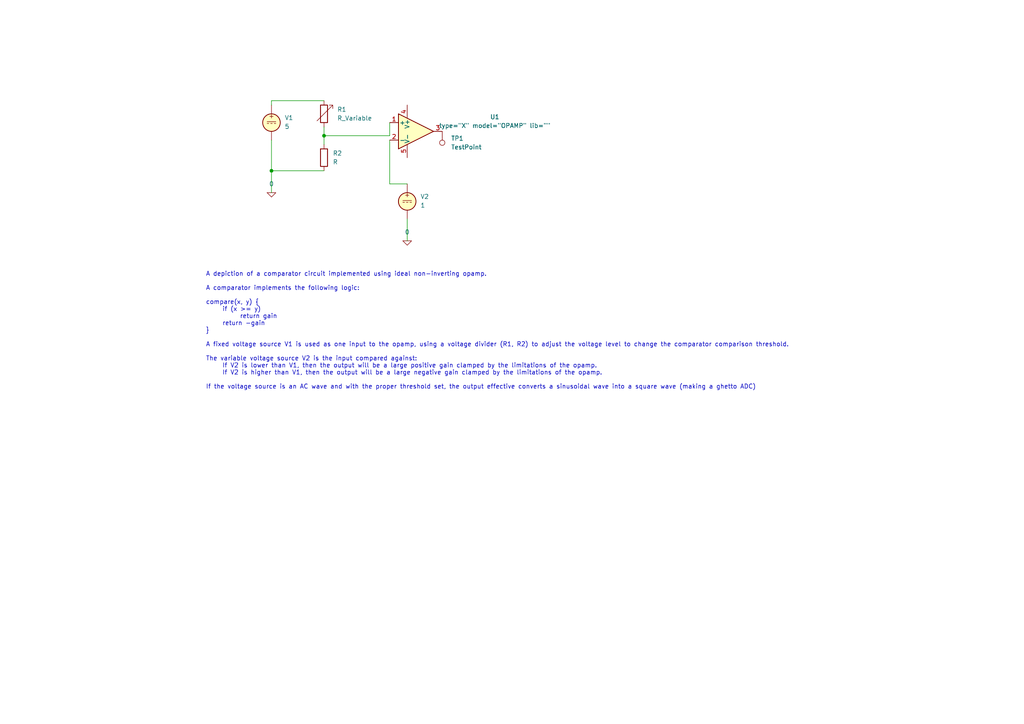
<source format=kicad_sch>
(kicad_sch (version 20230121) (generator eeschema)
  (paper "A4")
  (lib_symbols
    (symbol "Connector:TestPoint" (pin_numbers hide) (pin_names (offset 0.762) hide)
      (property "Reference" "TP" (at 0 6.858 0))
      (property "Value" "TestPoint" (at 0 5.08 0))
      (symbol "TestPoint_0_1"
        (circle (center 0 3.302) (radius 0.762))
      )
      (symbol "TestPoint_1_1"
        (pin passive line (at 0 0 90) (length 2.54) (name "1") (number "1"))
      )
    )
    (symbol "Device:R" (pin_numbers hide) (pin_names (offset 0))
      (property "Reference" "R" (at 2.032 0 90))
      (property "Value" "R" (at 0 0 90))
      (symbol "R_0_1"
        (rectangle (start -1.016 -2.54) (end 1.016 2.54) (stroke (width 0.254)))
      )
      (symbol "R_1_1"
        (pin passive line (at 0 3.81 270) (length 1.27) (name "~") (number "1"))
        (pin passive line (at 0 -3.81 90) (length 1.27) (name "~") (number "2"))
      )
    )
    (symbol "Device:R_Variable" (pin_numbers hide) (pin_names (offset 0))
      (property "Reference" "R" (at 2.54 -2.54 90))
      (property "Value" "R_Variable" (at -2.54 -1.27 90))
      (symbol "R_Variable_0_1"
        (rectangle (start -1.016 -2.54) (end 1.016 2.54) (stroke (width 0.254)))
        (polyline (pts (xy 2.54 1.524) (xy 2.54 2.54) (xy 1.524 2.54) (xy 2.54 2.54) (xy -2.032 -2.032)))
      )
      (symbol "R_Variable_1_1"
        (pin passive line (at 0 3.81 270) (length 1.27) (name "~") (number "1"))
        (pin passive line (at 0 -3.81 90) (length 1.27) (name "~") (number "2"))
      )
    )
    (symbol "Simulation_SPICE:0" (power) (pin_names (offset 0))
      (property "Value" "0" (at 0 -1.778 0))
      (symbol "0_0_1"
        (polyline (pts (xy -1.27 0) (xy 0 -1.27) (xy 1.27 0) (xy -1.27 0)))
      )
      (symbol "0_1_1"
        (pin power_in line (at 0 0 0) (length 0) hide (name "0") (number "1"))
      )
    )
    (symbol "Simulation_SPICE:OPAMP" (pin_names (offset 0.254))
      (property "Reference" "U" (at 3.81 3.175 0))
      (property "Value" "${SIM.PARAMS}" (at 3.81 -3.175 0))
      (symbol "OPAMP_0_1"
        (polyline (pts (xy 5.08 0) (xy -5.08 5.08) (xy -5.08 -5.08) (xy 5.08 0)) (stroke (width 0.254)) (fill (type background)))
      )
      (symbol "OPAMP_1_1"
        (pin input line (at -7.62 2.54 0) (length 2.54) (name "+") (number "1"))
        (pin input line (at -7.62 -2.54 0) (length 2.54) (name "-") (number "2"))
        (pin output line (at 7.62 0 180) (length 2.54) (name "~") (number "3"))
        (pin power_in line (at -2.54 7.62 270) (length 3.81) (name "V+") (number "4"))
        (pin power_in line (at -2.54 -7.62 90) (length 3.81) (name "V-") (number "5"))
      )
    )
    (symbol "Simulation_SPICE:VDC" (pin_numbers hide) (pin_names (offset 0.0254))
      (property "Reference" "V" (at 2.54 2.54 0))
      (property "Value" "1" (at 2.54 0 0))
      (symbol "VDC_0_0"
        (polyline (pts (xy -1.27 0.254) (xy 1.27 0.254)))
        (polyline (pts (xy -0.762 -0.254) (xy -1.27 -0.254)))
        (polyline (pts (xy 0.254 -0.254) (xy -0.254 -0.254)))
        (polyline (pts (xy 1.27 -0.254) (xy 0.762 -0.254)))
        (text "+" (at 0 1.905 0) (effects (font (size 1.27 1.27))))
      )
      (symbol "VDC_0_1"
        (circle (center 0 0) (radius 2.54) (stroke (width 0.254)) (fill (type background)))
      )
      (symbol "VDC_1_1"
        (pin passive line (at 0 5.08 270) (length 2.54) (name "~") (number "1"))
        (pin passive line (at 0 -5.08 90) (length 2.54) (name "~") (number "2"))
      )
    )
  )
  (junction (at 78.74 49.53))
  (junction (at 93.98 39.37))
  (wire (pts (xy 113.03 40.64) (xy 113.03 53.34)))
  (wire (pts (xy 113.03 39.37) (xy 113.03 35.56)))
  (wire (pts (xy 78.74 49.53) (xy 78.74 55.88)))
  (wire (pts (xy 93.98 49.53) (xy 78.74 49.53)))
  (wire (pts (xy 78.74 29.21) (xy 93.98 29.21)))
  (wire (pts (xy 118.11 63.5) (xy 118.11 69.85)))
  (wire (pts (xy 113.03 53.34) (xy 118.11 53.34)))
  (wire (pts (xy 93.98 39.37) (xy 113.03 39.37)))
  (wire (pts (xy 93.98 39.37) (xy 93.98 41.91)))
  (wire (pts (xy 78.74 40.64) (xy 78.74 49.53)))
  (wire (pts (xy 78.74 30.48) (xy 78.74 29.21)))
  (wire (pts (xy 93.98 36.83) (xy 93.98 39.37)))
  (text "A depiction of a comparator circuit implemented using ideal non-inverting opamp.\n\nA comparator implements the following logic:\n\ncompare(x, y) {\n	if (x >= y)\n		return gain\n	return -gain\n}\n\nA fixed voltage source V1 is used as one input to the opamp, using a voltage divider (R1, R2) to adjust the voltage level to change the comparator comparison threshold.\n\nThe variable voltage source V2 is the input compared against:\n	If V2 is lower than V1, then the output will be a large positive gain clamped by the limitations of the opamp.\n	If V2 is higher than V1, then the output will be a large negative gain clamped by the limitations of the opamp.\n\nIf the voltage source is an AC wave and with the proper threshold set, the output effective converts a sinusoidal wave into a square wave (making a ghetto ADC)\n" (at 59.69 113.03 0) (effects (font (size 1.27 1.27)) (justify left bottom)))
  (symbol (lib_id "Device:R") (at 93.98 45.72 0) (unit 1)
    (property "Reference" "R2" (at 96.52 44.45 0) (effects (justify left)))
    (property "Value" "R" (at 96.52 46.99 0) (effects (justify left)))
  )
  (symbol (lib_id "Simulation_SPICE:OPAMP") (at 120.65 38.1 0) (unit 1)
    (property "Reference" "U1" (at 143.51 33.9091 0))
    (property "Value" "${SIM.PARAMS}" (at 143.51 36.4491 0))
    (property "Sim.Pins" "1=1 2=2 3=3 4=4 5=5" (effects hide))
    (property "Sim.Device" "SPICE" (effects hide))
    (property "Sim.Params" "type=\"X\" model=\"OPAMP\" lib=\"\"" (effects hide))
  )
  (symbol (lib_id "Device:R_Variable") (at 93.98 33.02 0) (unit 1)
    (property "Reference" "R1" (at 97.79 31.75 0) (effects (justify left)))
    (property "Value" "R_Variable" (at 97.79 34.29 0) (effects (justify left)))
  )
  (symbol (lib_id "Simulation_SPICE:0") (at 118.11 69.85 0) (unit 1)
    (property "Reference" "#GND02" (effects hide))
    (property "Value" "0" (at 118.11 67.31 0))
  )
  (symbol (lib_id "Connector:TestPoint") (at 128.27 38.1 180) (unit 1)
    (property "Reference" "TP1" (at 130.81 40.132 0) (effects (justify right)))
    (property "Value" "TestPoint" (at 130.81 42.672 0) (effects (justify right)))
  )
  (symbol (lib_id "Simulation_SPICE:0") (at 78.74 55.88 0) (unit 1)
    (property "Reference" "#GND01" (effects hide))
    (property "Value" "0" (at 78.74 53.34 0))
  )
  (symbol (lib_id "Simulation_SPICE:VDC") (at 118.11 58.42 0) (unit 1)
    (property "Reference" "V2" (at 121.92 57.0202 0) (effects (justify left)))
    (property "Value" "1" (at 121.92 59.5602 0) (effects (justify left)))
    (property "Sim.Pins" "1=+ 2=-" (effects hide))
    (property "Sim.Type" "DC" (effects hide))
    (property "Sim.Device" "V" (effects hide))
  )
  (symbol (lib_id "Simulation_SPICE:VDC") (at 78.74 35.56 0) (unit 1)
    (property "Reference" "V1" (at 82.55 34.1602 0) (effects (justify left)))
    (property "Value" "5" (at 82.55 36.7002 0) (effects (justify left)))
    (property "Sim.Pins" "1=+ 2=-" (effects hide))
    (property "Sim.Type" "DC" (effects hide))
    (property "Sim.Device" "V" (effects hide))
  )
)
</source>
